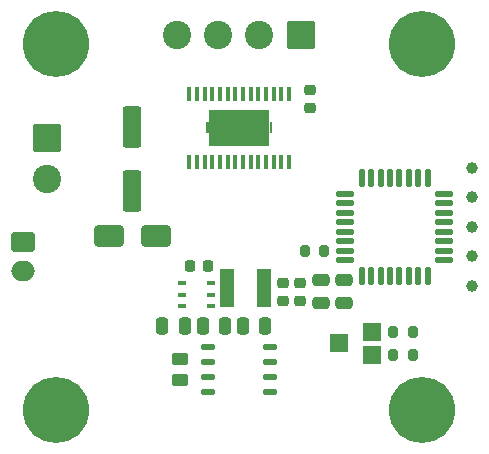
<source format=gts>
%TF.GenerationSoftware,KiCad,Pcbnew,9.0.7*%
%TF.CreationDate,2026-01-27T18:23:45+01:00*%
%TF.ProjectId,NEMA17_FOC_Driver,4e454d41-3137-45f4-964f-435f44726976,rev?*%
%TF.SameCoordinates,Original*%
%TF.FileFunction,Soldermask,Top*%
%TF.FilePolarity,Negative*%
%FSLAX46Y46*%
G04 Gerber Fmt 4.6, Leading zero omitted, Abs format (unit mm)*
G04 Created by KiCad (PCBNEW 9.0.7) date 2026-01-27 18:23:45*
%MOMM*%
%LPD*%
G01*
G04 APERTURE LIST*
G04 Aperture macros list*
%AMRoundRect*
0 Rectangle with rounded corners*
0 $1 Rounding radius*
0 $2 $3 $4 $5 $6 $7 $8 $9 X,Y pos of 4 corners*
0 Add a 4 corners polygon primitive as box body*
4,1,4,$2,$3,$4,$5,$6,$7,$8,$9,$2,$3,0*
0 Add four circle primitives for the rounded corners*
1,1,$1+$1,$2,$3*
1,1,$1+$1,$4,$5*
1,1,$1+$1,$6,$7*
1,1,$1+$1,$8,$9*
0 Add four rect primitives between the rounded corners*
20,1,$1+$1,$2,$3,$4,$5,0*
20,1,$1+$1,$4,$5,$6,$7,0*
20,1,$1+$1,$6,$7,$8,$9,0*
20,1,$1+$1,$8,$9,$2,$3,0*%
G04 Aperture macros list end*
%ADD10C,0.000000*%
%ADD11RoundRect,0.200000X0.200000X0.275000X-0.200000X0.275000X-0.200000X-0.275000X0.200000X-0.275000X0*%
%ADD12RoundRect,0.250000X-0.450000X0.262500X-0.450000X-0.262500X0.450000X-0.262500X0.450000X0.262500X0*%
%ADD13C,3.600000*%
%ADD14C,5.600000*%
%ADD15RoundRect,0.225000X0.250000X-0.225000X0.250000X0.225000X-0.250000X0.225000X-0.250000X-0.225000X0*%
%ADD16O,1.250000X0.549999*%
%ADD17RoundRect,0.250000X-0.250000X-0.475000X0.250000X-0.475000X0.250000X0.475000X-0.250000X0.475000X0*%
%ADD18R,1.498600X1.498600*%
%ADD19R,0.304800X1.161999*%
%ADD20R,5.180000X3.099999*%
%ADD21R,0.698500X0.457200*%
%ADD22RoundRect,0.250000X0.475000X-0.250000X0.475000X0.250000X-0.475000X0.250000X-0.475000X-0.250000X0*%
%ADD23RoundRect,0.250000X-0.550000X1.500000X-0.550000X-1.500000X0.550000X-1.500000X0.550000X1.500000X0*%
%ADD24R,1.200000X3.300000*%
%ADD25RoundRect,0.125000X0.125000X-0.625000X0.125000X0.625000X-0.125000X0.625000X-0.125000X-0.625000X0*%
%ADD26RoundRect,0.125000X0.625000X-0.125000X0.625000X0.125000X-0.625000X0.125000X-0.625000X-0.125000X0*%
%ADD27RoundRect,0.250000X1.000000X0.650000X-1.000000X0.650000X-1.000000X-0.650000X1.000000X-0.650000X0*%
%ADD28RoundRect,0.250000X-0.750000X0.600000X-0.750000X-0.600000X0.750000X-0.600000X0.750000X0.600000X0*%
%ADD29O,2.000000X1.700000*%
%ADD30RoundRect,0.225000X-0.225000X-0.250000X0.225000X-0.250000X0.225000X0.250000X-0.225000X0.250000X0*%
%ADD31RoundRect,0.250001X-0.949999X0.949999X-0.949999X-0.949999X0.949999X-0.949999X0.949999X0.949999X0*%
%ADD32C,2.400000*%
%ADD33RoundRect,0.250000X0.250000X0.475000X-0.250000X0.475000X-0.250000X-0.475000X0.250000X-0.475000X0*%
%ADD34RoundRect,0.200000X-0.200000X-0.275000X0.200000X-0.275000X0.200000X0.275000X-0.200000X0.275000X0*%
%ADD35C,1.000000*%
%ADD36RoundRect,0.250001X-0.949999X-0.949999X0.949999X-0.949999X0.949999X0.949999X-0.949999X0.949999X0*%
G04 APERTURE END LIST*
D10*
%TO.C,U1*%
G36*
X162910000Y-66575000D02*
G01*
X162710000Y-66575000D01*
X162710000Y-65625000D01*
X162910000Y-65625000D01*
X162910000Y-66575000D01*
G37*
G36*
X168290000Y-66575000D02*
G01*
X168090000Y-66575000D01*
X168090000Y-65625000D01*
X168290000Y-65625000D01*
X168290000Y-66575000D01*
G37*
%TD*%
D11*
%TO.C,RLED_R1*%
X180185000Y-83400000D03*
X178535000Y-83400000D03*
%TD*%
D12*
%TO.C,RCAN1*%
X160530000Y-85637500D03*
X160530000Y-87462500D03*
%TD*%
D13*
%TO.C,REF\u002A\u002A*%
X150000000Y-59000000D03*
D14*
X150000000Y-59000000D03*
%TD*%
D15*
%TO.C,C1*%
X171480000Y-64425000D03*
X171480000Y-62875000D03*
%TD*%
D13*
%TO.C,REF\u002A\u002A*%
X150000000Y-90000000D03*
D14*
X150000000Y-90000000D03*
%TD*%
D16*
%TO.C,U5*%
X168145001Y-88425000D03*
X168145001Y-87155000D03*
X168145001Y-85885000D03*
X168145001Y-84615000D03*
X162895001Y-84615000D03*
X162895001Y-85885000D03*
X162895001Y-87155000D03*
X162895001Y-88425000D03*
%TD*%
D17*
%TO.C,C5*%
X158990000Y-82910000D03*
X160890000Y-82910000D03*
%TD*%
D18*
%TO.C,LED1*%
X176770000Y-83399999D03*
X176770000Y-85300001D03*
X173970000Y-84350000D03*
%TD*%
D19*
%TO.C,U1*%
X169725074Y-63229000D03*
X169075063Y-63229000D03*
X168425051Y-63229000D03*
X167775040Y-63229000D03*
X167125028Y-63229000D03*
X166475017Y-63229000D03*
X165825006Y-63229000D03*
X165174994Y-63229000D03*
X164524983Y-63229000D03*
X163874972Y-63229000D03*
X163224960Y-63229000D03*
X162574949Y-63229000D03*
X161924937Y-63229000D03*
X161274926Y-63229000D03*
X161274926Y-68971000D03*
X161924937Y-68971000D03*
X162574949Y-68971000D03*
X163224960Y-68971000D03*
X163874972Y-68971000D03*
X164524983Y-68971000D03*
X165174994Y-68971000D03*
X165825006Y-68971000D03*
X166475017Y-68971000D03*
X167125028Y-68971000D03*
X167775040Y-68971000D03*
X168425051Y-68971000D03*
X169075063Y-68971000D03*
X169725074Y-68971000D03*
D20*
X165500000Y-66100000D03*
%TD*%
D21*
%TO.C,U2*%
X160699850Y-79269999D03*
X160699850Y-80220000D03*
X160699850Y-81170001D03*
X163100150Y-81170001D03*
X163100150Y-80220000D03*
X163100150Y-79269999D03*
%TD*%
D22*
%TO.C,C11*%
X174370000Y-80920000D03*
X174370000Y-79020000D03*
%TD*%
D23*
%TO.C,CIN1*%
X156460000Y-66040000D03*
X156460000Y-71440000D03*
%TD*%
D22*
%TO.C,C10*%
X172410000Y-80920000D03*
X172410000Y-79020000D03*
%TD*%
D24*
%TO.C,L1*%
X164510000Y-79650000D03*
X167610000Y-79650000D03*
%TD*%
D25*
%TO.C,U4*%
X175870000Y-78665000D03*
X176670000Y-78665000D03*
X177470000Y-78665000D03*
X178270000Y-78665000D03*
X179070000Y-78665000D03*
X179870000Y-78665000D03*
X180670000Y-78665000D03*
X181470000Y-78665000D03*
D26*
X182845000Y-77290000D03*
X182845000Y-76490000D03*
X182845000Y-75690000D03*
X182845000Y-74890000D03*
X182845000Y-74090000D03*
X182845000Y-73290000D03*
X182845000Y-72490000D03*
X182845000Y-71690000D03*
D25*
X181470000Y-70315000D03*
X180670000Y-70315000D03*
X179870000Y-70315000D03*
X179070000Y-70315000D03*
X178270000Y-70315000D03*
X177470000Y-70315000D03*
X176670000Y-70315000D03*
X175870000Y-70315000D03*
D26*
X174495000Y-71690000D03*
X174495000Y-72490000D03*
X174495000Y-73290000D03*
X174495000Y-74090000D03*
X174495000Y-74890000D03*
X174495000Y-75690000D03*
X174495000Y-76490000D03*
X174495000Y-77290000D03*
%TD*%
D13*
%TO.C,REF\u002A\u002A*%
X181000000Y-59000000D03*
D14*
X181000000Y-59000000D03*
%TD*%
D27*
%TO.C,D2*%
X158450000Y-75220000D03*
X154450000Y-75220000D03*
%TD*%
D15*
%TO.C,C12*%
X169220000Y-80755000D03*
X169220000Y-79205000D03*
%TD*%
D28*
%TO.C,J2*%
X147240000Y-75750000D03*
D29*
X147240000Y-78250000D03*
%TD*%
D30*
%TO.C,C6*%
X161355000Y-77790000D03*
X162905000Y-77790000D03*
%TD*%
D31*
%TO.C,J1*%
X149222500Y-66920000D03*
D32*
X149222500Y-70420000D03*
%TD*%
D33*
%TO.C,C8*%
X164310000Y-82910000D03*
X162410000Y-82910000D03*
%TD*%
D34*
%TO.C,RLED_G1*%
X178535000Y-85310000D03*
X180185000Y-85310000D03*
%TD*%
D13*
%TO.C,REF\u002A\u002A*%
X181000000Y-90000000D03*
D14*
X181000000Y-90000000D03*
%TD*%
D33*
%TO.C,C7*%
X167710000Y-82900000D03*
X165810000Y-82900000D03*
%TD*%
D35*
%TO.C,REF\u002A\u002A*%
X185220000Y-79490000D03*
X185220000Y-76990000D03*
X185220000Y-74490000D03*
X185220000Y-71990000D03*
X185220000Y-69490000D03*
%TD*%
D11*
%TO.C,R_BOOT1*%
X172695000Y-76490000D03*
X171045000Y-76490000D03*
%TD*%
D15*
%TO.C,C13*%
X170690000Y-80755000D03*
X170690000Y-79205000D03*
%TD*%
D36*
%TO.C,MotorConn1*%
X170720000Y-58200000D03*
D32*
X167220000Y-58200000D03*
X163720000Y-58200000D03*
X160220000Y-58200000D03*
%TD*%
M02*

</source>
